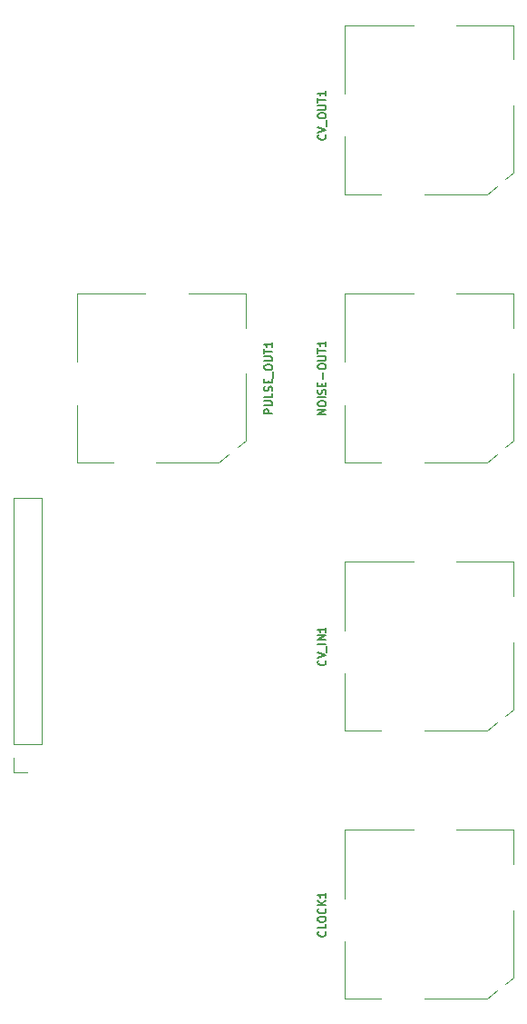
<source format=gbr>
G04 #@! TF.GenerationSoftware,KiCad,Pcbnew,(6.0.5)*
G04 #@! TF.CreationDate,2022-06-09T21:52:40-05:00*
G04 #@! TF.ProjectId,TuringJack,54757269-6e67-44a6-9163-6b2e6b696361,rev?*
G04 #@! TF.SameCoordinates,Original*
G04 #@! TF.FileFunction,Legend,Top*
G04 #@! TF.FilePolarity,Positive*
%FSLAX46Y46*%
G04 Gerber Fmt 4.6, Leading zero omitted, Abs format (unit mm)*
G04 Created by KiCad (PCBNEW (6.0.5)) date 2022-06-09 21:52:40*
%MOMM*%
%LPD*%
G01*
G04 APERTURE LIST*
%ADD10C,0.150000*%
%ADD11C,0.120000*%
G04 APERTURE END LIST*
D10*
X200267857Y-134071428D02*
X200303571Y-134107142D01*
X200339285Y-134214285D01*
X200339285Y-134285714D01*
X200303571Y-134392857D01*
X200232142Y-134464285D01*
X200160714Y-134500000D01*
X200017857Y-134535714D01*
X199910714Y-134535714D01*
X199767857Y-134500000D01*
X199696428Y-134464285D01*
X199625000Y-134392857D01*
X199589285Y-134285714D01*
X199589285Y-134214285D01*
X199625000Y-134107142D01*
X199660714Y-134071428D01*
X200339285Y-133392857D02*
X200339285Y-133750000D01*
X199589285Y-133750000D01*
X199589285Y-133000000D02*
X199589285Y-132857142D01*
X199625000Y-132785714D01*
X199696428Y-132714285D01*
X199839285Y-132678571D01*
X200089285Y-132678571D01*
X200232142Y-132714285D01*
X200303571Y-132785714D01*
X200339285Y-132857142D01*
X200339285Y-133000000D01*
X200303571Y-133071428D01*
X200232142Y-133142857D01*
X200089285Y-133178571D01*
X199839285Y-133178571D01*
X199696428Y-133142857D01*
X199625000Y-133071428D01*
X199589285Y-133000000D01*
X200267857Y-131928571D02*
X200303571Y-131964285D01*
X200339285Y-132071428D01*
X200339285Y-132142857D01*
X200303571Y-132250000D01*
X200232142Y-132321428D01*
X200160714Y-132357142D01*
X200017857Y-132392857D01*
X199910714Y-132392857D01*
X199767857Y-132357142D01*
X199696428Y-132321428D01*
X199625000Y-132250000D01*
X199589285Y-132142857D01*
X199589285Y-132071428D01*
X199625000Y-131964285D01*
X199660714Y-131928571D01*
X200339285Y-131607142D02*
X199589285Y-131607142D01*
X200339285Y-131178571D02*
X199910714Y-131500000D01*
X199589285Y-131178571D02*
X200017857Y-131607142D01*
X200339285Y-130464285D02*
X200339285Y-130892857D01*
X200339285Y-130678571D02*
X199589285Y-130678571D01*
X199696428Y-130750000D01*
X199767857Y-130821428D01*
X199803571Y-130892857D01*
X200339285Y-85875000D02*
X199589285Y-85875000D01*
X200339285Y-85446428D01*
X199589285Y-85446428D01*
X199589285Y-84946428D02*
X199589285Y-84803571D01*
X199625000Y-84732142D01*
X199696428Y-84660714D01*
X199839285Y-84625000D01*
X200089285Y-84625000D01*
X200232142Y-84660714D01*
X200303571Y-84732142D01*
X200339285Y-84803571D01*
X200339285Y-84946428D01*
X200303571Y-85017857D01*
X200232142Y-85089285D01*
X200089285Y-85125000D01*
X199839285Y-85125000D01*
X199696428Y-85089285D01*
X199625000Y-85017857D01*
X199589285Y-84946428D01*
X200339285Y-84303571D02*
X199589285Y-84303571D01*
X200303571Y-83982142D02*
X200339285Y-83875000D01*
X200339285Y-83696428D01*
X200303571Y-83625000D01*
X200267857Y-83589285D01*
X200196428Y-83553571D01*
X200125000Y-83553571D01*
X200053571Y-83589285D01*
X200017857Y-83625000D01*
X199982142Y-83696428D01*
X199946428Y-83839285D01*
X199910714Y-83910714D01*
X199875000Y-83946428D01*
X199803571Y-83982142D01*
X199732142Y-83982142D01*
X199660714Y-83946428D01*
X199625000Y-83910714D01*
X199589285Y-83839285D01*
X199589285Y-83660714D01*
X199625000Y-83553571D01*
X199946428Y-83232142D02*
X199946428Y-82982142D01*
X200339285Y-82875000D02*
X200339285Y-83232142D01*
X199589285Y-83232142D01*
X199589285Y-82875000D01*
X200053571Y-82553571D02*
X200053571Y-81982142D01*
X199589285Y-81482142D02*
X199589285Y-81339285D01*
X199625000Y-81267857D01*
X199696428Y-81196428D01*
X199839285Y-81160714D01*
X200089285Y-81160714D01*
X200232142Y-81196428D01*
X200303571Y-81267857D01*
X200339285Y-81339285D01*
X200339285Y-81482142D01*
X200303571Y-81553571D01*
X200232142Y-81625000D01*
X200089285Y-81660714D01*
X199839285Y-81660714D01*
X199696428Y-81625000D01*
X199625000Y-81553571D01*
X199589285Y-81482142D01*
X199589285Y-80839285D02*
X200196428Y-80839285D01*
X200267857Y-80803571D01*
X200303571Y-80767857D01*
X200339285Y-80696428D01*
X200339285Y-80553571D01*
X200303571Y-80482142D01*
X200267857Y-80446428D01*
X200196428Y-80410714D01*
X199589285Y-80410714D01*
X199589285Y-80160714D02*
X199589285Y-79732142D01*
X200339285Y-79946428D02*
X199589285Y-79946428D01*
X200339285Y-79089285D02*
X200339285Y-79517857D01*
X200339285Y-79303571D02*
X199589285Y-79303571D01*
X199696428Y-79375000D01*
X199767857Y-79446428D01*
X199803571Y-79517857D01*
X200267857Y-59803571D02*
X200303571Y-59839285D01*
X200339285Y-59946428D01*
X200339285Y-60017857D01*
X200303571Y-60125000D01*
X200232142Y-60196428D01*
X200160714Y-60232142D01*
X200017857Y-60267857D01*
X199910714Y-60267857D01*
X199767857Y-60232142D01*
X199696428Y-60196428D01*
X199625000Y-60125000D01*
X199589285Y-60017857D01*
X199589285Y-59946428D01*
X199625000Y-59839285D01*
X199660714Y-59803571D01*
X199589285Y-59589285D02*
X200339285Y-59339285D01*
X199589285Y-59089285D01*
X200410714Y-59017857D02*
X200410714Y-58446428D01*
X199589285Y-58125000D02*
X199589285Y-57982142D01*
X199625000Y-57910714D01*
X199696428Y-57839285D01*
X199839285Y-57803571D01*
X200089285Y-57803571D01*
X200232142Y-57839285D01*
X200303571Y-57910714D01*
X200339285Y-57982142D01*
X200339285Y-58125000D01*
X200303571Y-58196428D01*
X200232142Y-58267857D01*
X200089285Y-58303571D01*
X199839285Y-58303571D01*
X199696428Y-58267857D01*
X199625000Y-58196428D01*
X199589285Y-58125000D01*
X199589285Y-57482142D02*
X200196428Y-57482142D01*
X200267857Y-57446428D01*
X200303571Y-57410714D01*
X200339285Y-57339285D01*
X200339285Y-57196428D01*
X200303571Y-57125000D01*
X200267857Y-57089285D01*
X200196428Y-57053571D01*
X199589285Y-57053571D01*
X199589285Y-56803571D02*
X199589285Y-56375000D01*
X200339285Y-56589285D02*
X199589285Y-56589285D01*
X200339285Y-55732142D02*
X200339285Y-56160714D01*
X200339285Y-55946428D02*
X199589285Y-55946428D01*
X199696428Y-56017857D01*
X199767857Y-56089285D01*
X199803571Y-56160714D01*
X200267857Y-108803571D02*
X200303571Y-108839285D01*
X200339285Y-108946428D01*
X200339285Y-109017857D01*
X200303571Y-109125000D01*
X200232142Y-109196428D01*
X200160714Y-109232142D01*
X200017857Y-109267857D01*
X199910714Y-109267857D01*
X199767857Y-109232142D01*
X199696428Y-109196428D01*
X199625000Y-109125000D01*
X199589285Y-109017857D01*
X199589285Y-108946428D01*
X199625000Y-108839285D01*
X199660714Y-108803571D01*
X199589285Y-108589285D02*
X200339285Y-108339285D01*
X199589285Y-108089285D01*
X200410714Y-108017857D02*
X200410714Y-107446428D01*
X200339285Y-107267857D02*
X199589285Y-107267857D01*
X200339285Y-106910714D02*
X199589285Y-106910714D01*
X200339285Y-106482142D01*
X199589285Y-106482142D01*
X200339285Y-105732142D02*
X200339285Y-106160714D01*
X200339285Y-105946428D02*
X199589285Y-105946428D01*
X199696428Y-106017857D01*
X199767857Y-106089285D01*
X199803571Y-106160714D01*
X195339285Y-85803571D02*
X194589285Y-85803571D01*
X194589285Y-85517857D01*
X194625000Y-85446428D01*
X194660714Y-85410714D01*
X194732142Y-85375000D01*
X194839285Y-85375000D01*
X194910714Y-85410714D01*
X194946428Y-85446428D01*
X194982142Y-85517857D01*
X194982142Y-85803571D01*
X194589285Y-85053571D02*
X195196428Y-85053571D01*
X195267857Y-85017857D01*
X195303571Y-84982142D01*
X195339285Y-84910714D01*
X195339285Y-84767857D01*
X195303571Y-84696428D01*
X195267857Y-84660714D01*
X195196428Y-84625000D01*
X194589285Y-84625000D01*
X195339285Y-83910714D02*
X195339285Y-84267857D01*
X194589285Y-84267857D01*
X195303571Y-83696428D02*
X195339285Y-83589285D01*
X195339285Y-83410714D01*
X195303571Y-83339285D01*
X195267857Y-83303571D01*
X195196428Y-83267857D01*
X195125000Y-83267857D01*
X195053571Y-83303571D01*
X195017857Y-83339285D01*
X194982142Y-83410714D01*
X194946428Y-83553571D01*
X194910714Y-83625000D01*
X194875000Y-83660714D01*
X194803571Y-83696428D01*
X194732142Y-83696428D01*
X194660714Y-83660714D01*
X194625000Y-83625000D01*
X194589285Y-83553571D01*
X194589285Y-83375000D01*
X194625000Y-83267857D01*
X194946428Y-82946428D02*
X194946428Y-82696428D01*
X195339285Y-82589285D02*
X195339285Y-82946428D01*
X194589285Y-82946428D01*
X194589285Y-82589285D01*
X195410714Y-82446428D02*
X195410714Y-81875000D01*
X194589285Y-81553571D02*
X194589285Y-81410714D01*
X194625000Y-81339285D01*
X194696428Y-81267857D01*
X194839285Y-81232142D01*
X195089285Y-81232142D01*
X195232142Y-81267857D01*
X195303571Y-81339285D01*
X195339285Y-81410714D01*
X195339285Y-81553571D01*
X195303571Y-81625000D01*
X195232142Y-81696428D01*
X195089285Y-81732142D01*
X194839285Y-81732142D01*
X194696428Y-81696428D01*
X194625000Y-81625000D01*
X194589285Y-81553571D01*
X194589285Y-80910714D02*
X195196428Y-80910714D01*
X195267857Y-80875000D01*
X195303571Y-80839285D01*
X195339285Y-80767857D01*
X195339285Y-80625000D01*
X195303571Y-80553571D01*
X195267857Y-80517857D01*
X195196428Y-80482142D01*
X194589285Y-80482142D01*
X194589285Y-80232142D02*
X194589285Y-79803571D01*
X195339285Y-80017857D02*
X194589285Y-80017857D01*
X195339285Y-79160714D02*
X195339285Y-79589285D01*
X195339285Y-79375000D02*
X194589285Y-79375000D01*
X194696428Y-79446428D01*
X194767857Y-79517857D01*
X194803571Y-79589285D01*
D11*
X216290000Y-139590000D02*
X215350000Y-140350000D01*
X217850000Y-138300000D02*
X217850000Y-138350000D01*
X215350000Y-140350000D02*
X209500000Y-140350000D01*
X202100000Y-124600000D02*
X208500000Y-124600000D01*
X205500000Y-140350000D02*
X202100000Y-140350000D01*
X217850000Y-132100000D02*
X217850000Y-138300000D01*
X217850000Y-138350000D02*
X217110000Y-138940000D01*
X217850000Y-124600000D02*
X217850000Y-127800000D01*
X202100000Y-140350000D02*
X202100000Y-135000000D01*
X212500000Y-124600000D02*
X217850000Y-124600000D01*
X202100000Y-131000000D02*
X202100000Y-124600000D01*
X172475000Y-119190000D02*
X171145000Y-119190000D01*
X173805000Y-93670000D02*
X171145000Y-93670000D01*
X171145000Y-116590000D02*
X171145000Y-93670000D01*
X173805000Y-116590000D02*
X173805000Y-93670000D01*
X171145000Y-119190000D02*
X171145000Y-117860000D01*
X173805000Y-116590000D02*
X171145000Y-116590000D01*
X215350000Y-90350000D02*
X209500000Y-90350000D01*
X217850000Y-88300000D02*
X217850000Y-88350000D01*
X212500000Y-74600000D02*
X217850000Y-74600000D01*
X202100000Y-74600000D02*
X208500000Y-74600000D01*
X205500000Y-90350000D02*
X202100000Y-90350000D01*
X217850000Y-74600000D02*
X217850000Y-77800000D01*
X217850000Y-88350000D02*
X217110000Y-88940000D01*
X202100000Y-81000000D02*
X202100000Y-74600000D01*
X217850000Y-82100000D02*
X217850000Y-88300000D01*
X216290000Y-89590000D02*
X215350000Y-90350000D01*
X202100000Y-90350000D02*
X202100000Y-85000000D01*
X217850000Y-49600000D02*
X217850000Y-52800000D01*
X215350000Y-65350000D02*
X209500000Y-65350000D01*
X212500000Y-49600000D02*
X217850000Y-49600000D01*
X202100000Y-56000000D02*
X202100000Y-49600000D01*
X205500000Y-65350000D02*
X202100000Y-65350000D01*
X202100000Y-65350000D02*
X202100000Y-60000000D01*
X217850000Y-57100000D02*
X217850000Y-63300000D01*
X217850000Y-63350000D02*
X217110000Y-63940000D01*
X216290000Y-64590000D02*
X215350000Y-65350000D01*
X202100000Y-49600000D02*
X208500000Y-49600000D01*
X217850000Y-63300000D02*
X217850000Y-63350000D01*
X217850000Y-107100000D02*
X217850000Y-113300000D01*
X217850000Y-99600000D02*
X217850000Y-102800000D01*
X202100000Y-106000000D02*
X202100000Y-99600000D01*
X205500000Y-115350000D02*
X202100000Y-115350000D01*
X216290000Y-114590000D02*
X215350000Y-115350000D01*
X202100000Y-99600000D02*
X208500000Y-99600000D01*
X202100000Y-115350000D02*
X202100000Y-110000000D01*
X215350000Y-115350000D02*
X209500000Y-115350000D01*
X212500000Y-99600000D02*
X217850000Y-99600000D01*
X217850000Y-113350000D02*
X217110000Y-113940000D01*
X217850000Y-113300000D02*
X217850000Y-113350000D01*
X180500000Y-90350000D02*
X177100000Y-90350000D01*
X192850000Y-82100000D02*
X192850000Y-88300000D01*
X177100000Y-90350000D02*
X177100000Y-85000000D01*
X192850000Y-88300000D02*
X192850000Y-88350000D01*
X187500000Y-74600000D02*
X192850000Y-74600000D01*
X190350000Y-90350000D02*
X184500000Y-90350000D01*
X192850000Y-88350000D02*
X192110000Y-88940000D01*
X177100000Y-81000000D02*
X177100000Y-74600000D01*
X192850000Y-74600000D02*
X192850000Y-77800000D01*
X191290000Y-89590000D02*
X190350000Y-90350000D01*
X177100000Y-74600000D02*
X183500000Y-74600000D01*
M02*

</source>
